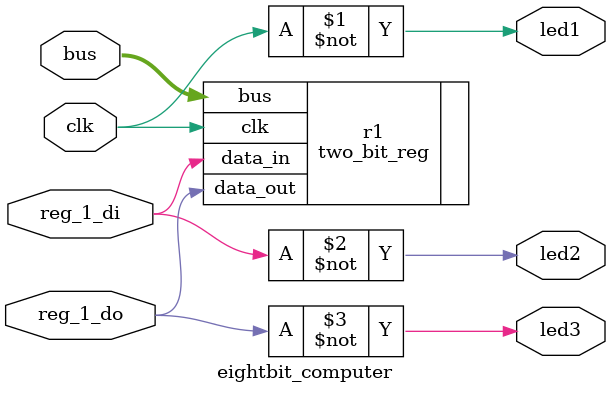
<source format=v>

module eightbit_computer(
	bus, // 8 bit wide bus
	clk, // Clock signal external
	reg_1_di, //data in
	reg_1_do, //data out
	led1,
	led2,
	led3
);

//inout wire [7:0] bus;
inout wire [1:0] bus;

input clk;
input reg_1_di;
input reg_1_do;

output led1;
output led2;
output led3;

two_bit_reg r1(
	.bus (bus),
	.clk (clk),
	.data_in (reg_1_di),
	.data_out (reg_1_do)
);

/*
always @(posedge clk)
begin
	reg_1_do <= reg_1_di;
end	

assign bus = reg_1_do;
*/

//assign led1 = 1'b0;
assign led1 = ~clk;
assign led2 = ~reg_1_di;
assign led3 = ~reg_1_do;

endmodule
</source>
